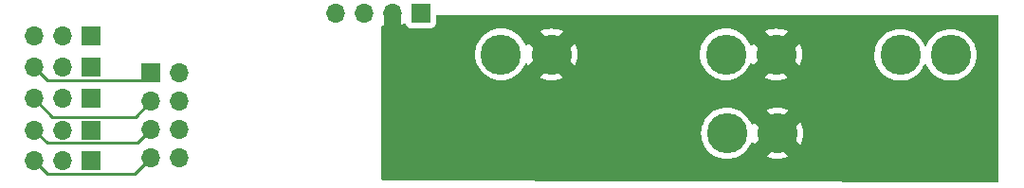
<source format=gbr>
%TF.GenerationSoftware,KiCad,Pcbnew,7.0.8*%
%TF.CreationDate,2023-10-19T00:44:21-05:00*%
%TF.ProjectId,PowerDistrubutionBoard,506f7765-7244-4697-9374-727562757469,rev?*%
%TF.SameCoordinates,Original*%
%TF.FileFunction,Copper,L1,Top*%
%TF.FilePolarity,Positive*%
%FSLAX46Y46*%
G04 Gerber Fmt 4.6, Leading zero omitted, Abs format (unit mm)*
G04 Created by KiCad (PCBNEW 7.0.8) date 2023-10-19 00:44:21*
%MOMM*%
%LPD*%
G01*
G04 APERTURE LIST*
%TA.AperFunction,ComponentPad*%
%ADD10C,3.600000*%
%TD*%
%TA.AperFunction,ComponentPad*%
%ADD11R,1.700000X1.700000*%
%TD*%
%TA.AperFunction,ComponentPad*%
%ADD12O,1.700000X1.700000*%
%TD*%
%TA.AperFunction,WasherPad*%
%ADD13C,3.600000*%
%TD*%
%TA.AperFunction,ConnectorPad*%
%ADD14C,6.000000*%
%TD*%
%TA.AperFunction,Conductor*%
%ADD15C,0.250000*%
%TD*%
G04 APERTURE END LIST*
D10*
%TO.P,T4,1,+*%
%TO.N,Net-(J1-Pin_1)*%
X159350000Y-55550000D03*
%TO.P,T4,2,-*%
%TO.N,Net-(J1-Pin_2)*%
X163850000Y-55550000D03*
%TD*%
D11*
%TO.P,J6,1,Pin_1*%
%TO.N,Net-(J1-Pin_3)*%
X122715000Y-59500000D03*
D12*
%TO.P,J6,2,Pin_2*%
%TO.N,Net-(J1-Pin_4)*%
X120175000Y-59500000D03*
%TO.P,J6,3,Pin_3*%
%TO.N,Net-(J6-Pin_3)*%
X117635000Y-59500000D03*
%TD*%
D10*
%TO.P,T3,2,-*%
%TO.N,Net-(T3--)*%
X199500000Y-55600000D03*
%TO.P,T3,1,+*%
%TO.N,Net-(J1-Pin_1)*%
X195000000Y-55600000D03*
%TD*%
D11*
%TO.P,J1,1,Pin_1*%
%TO.N,Net-(J1-Pin_1)*%
X152175000Y-51875000D03*
D12*
%TO.P,J1,2,Pin_2*%
%TO.N,Net-(J1-Pin_2)*%
X149635000Y-51875000D03*
%TO.P,J1,3,Pin_3*%
%TO.N,Net-(J1-Pin_3)*%
X147095000Y-51875000D03*
%TO.P,J1,4,Pin_4*%
%TO.N,Net-(J1-Pin_4)*%
X144555000Y-51875000D03*
%TD*%
D10*
%TO.P,T2,1,+*%
%TO.N,Net-(J1-Pin_1)*%
X179525000Y-62625000D03*
%TO.P,T2,2,-*%
%TO.N,Net-(J1-Pin_2)*%
X184025000Y-62625000D03*
%TD*%
D13*
%TO.P,S1,*%
%TO.N,Net-(T3--)*%
X199525000Y-62825000D03*
D14*
%TO.P,S1,1,1*%
%TO.N,Net-(J1-Pin_2)*%
X199525000Y-62825000D03*
%TD*%
D11*
%TO.P,J9,1,Pin_1*%
%TO.N,Net-(J1-Pin_3)*%
X122715000Y-65100000D03*
D12*
%TO.P,J9,2,Pin_2*%
%TO.N,Net-(J1-Pin_4)*%
X120175000Y-65100000D03*
%TO.P,J9,3,Pin_3*%
%TO.N,Net-(J7-Pin_7)*%
X117635000Y-65100000D03*
%TD*%
%TO.P,J7,8,Pin_8*%
%TO.N,Net-(J1-Pin_3)*%
X130650000Y-64815000D03*
%TO.P,J7,7,Pin_7*%
%TO.N,Net-(J7-Pin_7)*%
X128110000Y-64815000D03*
%TO.P,J7,6,Pin_6*%
%TO.N,Net-(J1-Pin_3)*%
X130650000Y-62275000D03*
%TO.P,J7,5,Pin_5*%
%TO.N,Net-(J7-Pin_5)*%
X128110000Y-62275000D03*
%TO.P,J7,4,Pin_4*%
%TO.N,Net-(J1-Pin_3)*%
X130650000Y-59735000D03*
%TO.P,J7,3,Pin_3*%
%TO.N,Net-(J6-Pin_3)*%
X128110000Y-59735000D03*
%TO.P,J7,2,Pin_2*%
%TO.N,Net-(J1-Pin_3)*%
X130650000Y-57195000D03*
D11*
%TO.P,J7,1,Pin_1*%
%TO.N,Net-(J5-Pin_3)*%
X128110000Y-57195000D03*
%TD*%
%TO.P,J10,1,Pin_1*%
%TO.N,Net-(J1-Pin_3)*%
X122715000Y-53875000D03*
D12*
%TO.P,J10,2,Pin_2*%
%TO.N,Net-(J1-Pin_4)*%
X120175000Y-53875000D03*
%TO.P,J10,3,Pin_3*%
%TO.N,unconnected-(J10-Pin_3-Pad3)*%
X117635000Y-53875000D03*
%TD*%
D10*
%TO.P,T1,1,+*%
%TO.N,Net-(J1-Pin_1)*%
X179425000Y-55550000D03*
%TO.P,T1,2,-*%
%TO.N,Net-(J1-Pin_2)*%
X183925000Y-55550000D03*
%TD*%
D11*
%TO.P,J8,1,Pin_1*%
%TO.N,Net-(J1-Pin_3)*%
X122715000Y-62325000D03*
D12*
%TO.P,J8,2,Pin_2*%
%TO.N,Net-(J1-Pin_4)*%
X120175000Y-62325000D03*
%TO.P,J8,3,Pin_3*%
%TO.N,Net-(J7-Pin_5)*%
X117635000Y-62325000D03*
%TD*%
D11*
%TO.P,J5,1,Pin_1*%
%TO.N,Net-(J1-Pin_3)*%
X122715000Y-56675000D03*
D12*
%TO.P,J5,2,Pin_2*%
%TO.N,Net-(J1-Pin_4)*%
X120175000Y-56675000D03*
%TO.P,J5,3,Pin_3*%
%TO.N,Net-(J5-Pin_3)*%
X117635000Y-56675000D03*
%TD*%
D15*
%TO.N,Net-(J1-Pin_2)*%
X199500000Y-60675000D02*
X199525000Y-60700000D01*
%TO.N,Net-(J5-Pin_3)*%
X118810000Y-57850000D02*
X127455000Y-57850000D01*
X117635000Y-56675000D02*
X118810000Y-57850000D01*
X127455000Y-57850000D02*
X128110000Y-57195000D01*
%TO.N,Net-(J6-Pin_3)*%
X126695000Y-61150000D02*
X128110000Y-59735000D01*
X119285000Y-61150000D02*
X126695000Y-61150000D01*
X117635000Y-59500000D02*
X119285000Y-61150000D01*
%TO.N,Net-(J7-Pin_5)*%
X126885000Y-63500000D02*
X128110000Y-62275000D01*
X117635000Y-62325000D02*
X118810000Y-63500000D01*
X118810000Y-63500000D02*
X126885000Y-63500000D01*
%TO.N,Net-(J7-Pin_7)*%
X126650000Y-66275000D02*
X128110000Y-64815000D01*
X118810000Y-66275000D02*
X126650000Y-66275000D01*
X117635000Y-65100000D02*
X118810000Y-66275000D01*
%TD*%
%TA.AperFunction,Conductor*%
%TO.N,Net-(J1-Pin_2)*%
G36*
X149175507Y-52084844D02*
G01*
X149253239Y-52205798D01*
X149361900Y-52299952D01*
X149492685Y-52359680D01*
X149599237Y-52375000D01*
X149670763Y-52375000D01*
X149777315Y-52359680D01*
X149908100Y-52299952D01*
X150016761Y-52205798D01*
X150094493Y-52084844D01*
X150119258Y-52000500D01*
X150261000Y-52000500D01*
X150328039Y-52020185D01*
X150373794Y-52072989D01*
X150385000Y-52124500D01*
X150385000Y-52997890D01*
X150506075Y-52913111D01*
X150621914Y-52797272D01*
X150683237Y-52763787D01*
X150752929Y-52768771D01*
X150808863Y-52810642D01*
X150825777Y-52841619D01*
X150874110Y-52971203D01*
X150894088Y-52997890D01*
X150961739Y-53088261D01*
X151078796Y-53175889D01*
X151215799Y-53226989D01*
X151243050Y-53229918D01*
X151276345Y-53233499D01*
X151276362Y-53233500D01*
X153073638Y-53233500D01*
X153073654Y-53233499D01*
X153100692Y-53230591D01*
X153134201Y-53226989D01*
X153271204Y-53175889D01*
X153388261Y-53088261D01*
X153475889Y-52971204D01*
X153526989Y-52834201D01*
X153530959Y-52797272D01*
X153533499Y-52773654D01*
X153533500Y-52773637D01*
X153533500Y-52124500D01*
X153553185Y-52057461D01*
X153605989Y-52011706D01*
X153657500Y-52000500D01*
X203675500Y-52000500D01*
X203742539Y-52020185D01*
X203788294Y-52072989D01*
X203799500Y-52124500D01*
X203799500Y-66875500D01*
X203779815Y-66942539D01*
X203727011Y-66988294D01*
X203675500Y-66999500D01*
X203604548Y-66999500D01*
X148798719Y-66875280D01*
X148731724Y-66855443D01*
X148686089Y-66802536D01*
X148675000Y-66751280D01*
X148675000Y-62625000D01*
X177211547Y-62625000D01*
X177231339Y-62926966D01*
X177290376Y-63223766D01*
X177290378Y-63223773D01*
X177290380Y-63223779D01*
X177387644Y-63510312D01*
X177387648Y-63510322D01*
X177521488Y-63781722D01*
X177521492Y-63781729D01*
X177689612Y-64033339D01*
X177889141Y-64260858D01*
X178116660Y-64460387D01*
X178368270Y-64628507D01*
X178368277Y-64628511D01*
X178639677Y-64762351D01*
X178639687Y-64762355D01*
X178834566Y-64828507D01*
X178926234Y-64859624D01*
X179223034Y-64918661D01*
X179525000Y-64938453D01*
X179826966Y-64918661D01*
X180123766Y-64859624D01*
X180316813Y-64794093D01*
X180410312Y-64762355D01*
X180410322Y-64762351D01*
X180426283Y-64754480D01*
X180681727Y-64628509D01*
X180933341Y-64460386D01*
X181160858Y-64260858D01*
X181360386Y-64033341D01*
X181528509Y-63781727D01*
X181662352Y-63510320D01*
X181662355Y-63510312D01*
X181663906Y-63506569D01*
X181664975Y-63507011D01*
X181702260Y-63453980D01*
X181766967Y-63427622D01*
X181835652Y-63440431D01*
X181886509Y-63488341D01*
X181894063Y-63503545D01*
X181895523Y-63507072D01*
X181957199Y-63632138D01*
X181957200Y-63632138D01*
X182679761Y-62909577D01*
X182705518Y-63029087D01*
X182792788Y-63246268D01*
X182915507Y-63445577D01*
X183070144Y-63621278D01*
X183252251Y-63768319D01*
X183456588Y-63882469D01*
X183677278Y-63960443D01*
X183739540Y-63971119D01*
X183017859Y-64692798D01*
X183017859Y-64692799D01*
X183142936Y-64754480D01*
X183428431Y-64851393D01*
X183428446Y-64851397D01*
X183724135Y-64910213D01*
X183724147Y-64910215D01*
X184025000Y-64929934D01*
X184325852Y-64910215D01*
X184325864Y-64910213D01*
X184621553Y-64851397D01*
X184621568Y-64851393D01*
X184907057Y-64754482D01*
X184907062Y-64754480D01*
X185032139Y-64692799D01*
X185032139Y-64692798D01*
X184310775Y-63971435D01*
X184484723Y-63926144D01*
X184698005Y-63829734D01*
X184891925Y-63698667D01*
X185060906Y-63536712D01*
X185200086Y-63348529D01*
X185305460Y-63139531D01*
X185373998Y-62915731D01*
X185374269Y-62913609D01*
X186092798Y-63632139D01*
X186092799Y-63632139D01*
X186154480Y-63507062D01*
X186154482Y-63507057D01*
X186251393Y-63221568D01*
X186251397Y-63221553D01*
X186310213Y-62925864D01*
X186310215Y-62925852D01*
X186316825Y-62825000D01*
X197211547Y-62825000D01*
X197231339Y-63126966D01*
X197290376Y-63423766D01*
X197290378Y-63423773D01*
X197290380Y-63423779D01*
X197387644Y-63710312D01*
X197387648Y-63710322D01*
X197521488Y-63981722D01*
X197521492Y-63981729D01*
X197689612Y-64233339D01*
X197889141Y-64460858D01*
X198116660Y-64660387D01*
X198368270Y-64828507D01*
X198368277Y-64828511D01*
X198639677Y-64962351D01*
X198639687Y-64962355D01*
X198844796Y-65031979D01*
X198926234Y-65059624D01*
X199223034Y-65118661D01*
X199525000Y-65138453D01*
X199826966Y-65118661D01*
X200123766Y-65059624D01*
X200316813Y-64994093D01*
X200410312Y-64962355D01*
X200410322Y-64962351D01*
X200476057Y-64929934D01*
X200681727Y-64828509D01*
X200933341Y-64660386D01*
X201160858Y-64460858D01*
X201360386Y-64233341D01*
X201528509Y-63981727D01*
X201662352Y-63710320D01*
X201759624Y-63423766D01*
X201818661Y-63126966D01*
X201838453Y-62825000D01*
X201818661Y-62523034D01*
X201759624Y-62226234D01*
X201662352Y-61939680D01*
X201662344Y-61939663D01*
X201528514Y-61668283D01*
X201528505Y-61668268D01*
X201502081Y-61628722D01*
X201360386Y-61416659D01*
X201227278Y-61264879D01*
X201160858Y-61189141D01*
X200933339Y-60989612D01*
X200681729Y-60821492D01*
X200681722Y-60821488D01*
X200410322Y-60687648D01*
X200410312Y-60687644D01*
X200123779Y-60590380D01*
X200123773Y-60590378D01*
X200123766Y-60590376D01*
X199826966Y-60531339D01*
X199525000Y-60511547D01*
X199223034Y-60531339D01*
X199223028Y-60531340D01*
X199223023Y-60531341D01*
X198926239Y-60590375D01*
X198926225Y-60590378D01*
X198639684Y-60687646D01*
X198639663Y-60687655D01*
X198368283Y-60821485D01*
X198368268Y-60821494D01*
X198116657Y-60989615D01*
X197889141Y-61189141D01*
X197689615Y-61416657D01*
X197521494Y-61668268D01*
X197521485Y-61668283D01*
X197387655Y-61939663D01*
X197387646Y-61939684D01*
X197290378Y-62226225D01*
X197290375Y-62226239D01*
X197268887Y-62334269D01*
X197231339Y-62523034D01*
X197211547Y-62825000D01*
X186316825Y-62825000D01*
X186329934Y-62625000D01*
X186310215Y-62324147D01*
X186310213Y-62324135D01*
X186251397Y-62028446D01*
X186251393Y-62028431D01*
X186154480Y-61742936D01*
X186092798Y-61617859D01*
X185370238Y-62340420D01*
X185344482Y-62220913D01*
X185257212Y-62003732D01*
X185134493Y-61804423D01*
X184979856Y-61628722D01*
X184797749Y-61481681D01*
X184593412Y-61367531D01*
X184372722Y-61289557D01*
X184310459Y-61278880D01*
X185032138Y-60557200D01*
X185032138Y-60557199D01*
X184907076Y-60495525D01*
X184907055Y-60495516D01*
X184621568Y-60398606D01*
X184621553Y-60398602D01*
X184325864Y-60339786D01*
X184325852Y-60339784D01*
X184025000Y-60320065D01*
X183724147Y-60339784D01*
X183724135Y-60339786D01*
X183428446Y-60398602D01*
X183428426Y-60398607D01*
X183142947Y-60495514D01*
X183142937Y-60495518D01*
X183017860Y-60557199D01*
X183017860Y-60557200D01*
X183739224Y-61278564D01*
X183565277Y-61323856D01*
X183351995Y-61420266D01*
X183158075Y-61551333D01*
X182989094Y-61713288D01*
X182849914Y-61901471D01*
X182744540Y-62110469D01*
X182676002Y-62334269D01*
X182675730Y-62336390D01*
X181957200Y-61617860D01*
X181957199Y-61617860D01*
X181895518Y-61742937D01*
X181894054Y-61746473D01*
X181850209Y-61800873D01*
X181783913Y-61822933D01*
X181716215Y-61805649D01*
X181668608Y-61754509D01*
X181663964Y-61743390D01*
X181663899Y-61743418D01*
X181662353Y-61739684D01*
X181662352Y-61739680D01*
X181627143Y-61668283D01*
X181528514Y-61468283D01*
X181528505Y-61468268D01*
X181432012Y-61323856D01*
X181360386Y-61216659D01*
X181316670Y-61166811D01*
X181160858Y-60989141D01*
X180933339Y-60789612D01*
X180681729Y-60621492D01*
X180681722Y-60621488D01*
X180410322Y-60487648D01*
X180410312Y-60487644D01*
X180123779Y-60390380D01*
X180123773Y-60390378D01*
X180123766Y-60390376D01*
X179826966Y-60331339D01*
X179525000Y-60311547D01*
X179223034Y-60331339D01*
X179223028Y-60331340D01*
X179223023Y-60331341D01*
X178926239Y-60390375D01*
X178926225Y-60390378D01*
X178639684Y-60487646D01*
X178639663Y-60487655D01*
X178368283Y-60621485D01*
X178368268Y-60621494D01*
X178116657Y-60789615D01*
X177889141Y-60989141D01*
X177689615Y-61216657D01*
X177521494Y-61468268D01*
X177521485Y-61468283D01*
X177387655Y-61739663D01*
X177387646Y-61739684D01*
X177290378Y-62026225D01*
X177290376Y-62026233D01*
X177290376Y-62026234D01*
X177231339Y-62323034D01*
X177211547Y-62625000D01*
X148675000Y-62625000D01*
X148675000Y-55550000D01*
X157036547Y-55550000D01*
X157056339Y-55851966D01*
X157115376Y-56148766D01*
X157115378Y-56148773D01*
X157115380Y-56148779D01*
X157212644Y-56435312D01*
X157212648Y-56435322D01*
X157346488Y-56706722D01*
X157346492Y-56706729D01*
X157514612Y-56958339D01*
X157714141Y-57185858D01*
X157941660Y-57385387D01*
X158193270Y-57553507D01*
X158193277Y-57553511D01*
X158464677Y-57687351D01*
X158464687Y-57687355D01*
X158611972Y-57737351D01*
X158751234Y-57784624D01*
X159048034Y-57843661D01*
X159350000Y-57863453D01*
X159651966Y-57843661D01*
X159948766Y-57784624D01*
X160141813Y-57719093D01*
X160235312Y-57687355D01*
X160235322Y-57687351D01*
X160251283Y-57679480D01*
X160506727Y-57553509D01*
X160758341Y-57385386D01*
X160985858Y-57185858D01*
X161185386Y-56958341D01*
X161353509Y-56706727D01*
X161487352Y-56435320D01*
X161487355Y-56435312D01*
X161488906Y-56431569D01*
X161489975Y-56432011D01*
X161527260Y-56378980D01*
X161591967Y-56352622D01*
X161660652Y-56365431D01*
X161711509Y-56413341D01*
X161719063Y-56428545D01*
X161720523Y-56432072D01*
X161782199Y-56557138D01*
X161782200Y-56557138D01*
X162504761Y-55834577D01*
X162530518Y-55954087D01*
X162617788Y-56171268D01*
X162740507Y-56370577D01*
X162895144Y-56546278D01*
X163077251Y-56693319D01*
X163281588Y-56807469D01*
X163502278Y-56885443D01*
X163564540Y-56896119D01*
X162842859Y-57617798D01*
X162842859Y-57617799D01*
X162967936Y-57679480D01*
X163253431Y-57776393D01*
X163253446Y-57776397D01*
X163549135Y-57835213D01*
X163549147Y-57835215D01*
X163850000Y-57854934D01*
X164150852Y-57835215D01*
X164150864Y-57835213D01*
X164446553Y-57776397D01*
X164446568Y-57776393D01*
X164732057Y-57679482D01*
X164732062Y-57679480D01*
X164857139Y-57617799D01*
X164857139Y-57617798D01*
X164135775Y-56896435D01*
X164309723Y-56851144D01*
X164523005Y-56754734D01*
X164716925Y-56623667D01*
X164885906Y-56461712D01*
X165025086Y-56273529D01*
X165130460Y-56064531D01*
X165198998Y-55840731D01*
X165199269Y-55838610D01*
X165917798Y-56557139D01*
X165917799Y-56557139D01*
X165979480Y-56432062D01*
X165979482Y-56432057D01*
X166076393Y-56146568D01*
X166076397Y-56146553D01*
X166135213Y-55850864D01*
X166135215Y-55850852D01*
X166154934Y-55550000D01*
X177111547Y-55550000D01*
X177131339Y-55851966D01*
X177190376Y-56148766D01*
X177190378Y-56148773D01*
X177190380Y-56148779D01*
X177287644Y-56435312D01*
X177287648Y-56435322D01*
X177421488Y-56706722D01*
X177421492Y-56706729D01*
X177589612Y-56958339D01*
X177789141Y-57185858D01*
X178016660Y-57385387D01*
X178268270Y-57553507D01*
X178268277Y-57553511D01*
X178539677Y-57687351D01*
X178539687Y-57687355D01*
X178686972Y-57737351D01*
X178826234Y-57784624D01*
X179123034Y-57843661D01*
X179425000Y-57863453D01*
X179726966Y-57843661D01*
X180023766Y-57784624D01*
X180216813Y-57719093D01*
X180310312Y-57687355D01*
X180310322Y-57687351D01*
X180326283Y-57679480D01*
X180581727Y-57553509D01*
X180833341Y-57385386D01*
X181060858Y-57185858D01*
X181260386Y-56958341D01*
X181428509Y-56706727D01*
X181562352Y-56435320D01*
X181562355Y-56435312D01*
X181563906Y-56431569D01*
X181564975Y-56432011D01*
X181602260Y-56378980D01*
X181666967Y-56352622D01*
X181735652Y-56365431D01*
X181786509Y-56413341D01*
X181794063Y-56428545D01*
X181795523Y-56432072D01*
X181857199Y-56557138D01*
X181857200Y-56557138D01*
X182579761Y-55834577D01*
X182605518Y-55954087D01*
X182692788Y-56171268D01*
X182815507Y-56370577D01*
X182970144Y-56546278D01*
X183152251Y-56693319D01*
X183356588Y-56807469D01*
X183577278Y-56885443D01*
X183639540Y-56896119D01*
X182917859Y-57617798D01*
X182917859Y-57617799D01*
X183042936Y-57679480D01*
X183328431Y-57776393D01*
X183328446Y-57776397D01*
X183624135Y-57835213D01*
X183624147Y-57835215D01*
X183925000Y-57854934D01*
X184225852Y-57835215D01*
X184225864Y-57835213D01*
X184521553Y-57776397D01*
X184521568Y-57776393D01*
X184807057Y-57679482D01*
X184807062Y-57679480D01*
X184932139Y-57617799D01*
X184932139Y-57617798D01*
X184210775Y-56896435D01*
X184384723Y-56851144D01*
X184598005Y-56754734D01*
X184791925Y-56623667D01*
X184960906Y-56461712D01*
X185100086Y-56273529D01*
X185205460Y-56064531D01*
X185273998Y-55840731D01*
X185274269Y-55838609D01*
X185992798Y-56557139D01*
X185992799Y-56557139D01*
X186054480Y-56432062D01*
X186054482Y-56432057D01*
X186151393Y-56146568D01*
X186151397Y-56146553D01*
X186210213Y-55850864D01*
X186210215Y-55850852D01*
X186226657Y-55600000D01*
X192686547Y-55600000D01*
X192706339Y-55901966D01*
X192765376Y-56198766D01*
X192765378Y-56198773D01*
X192765380Y-56198779D01*
X192862644Y-56485312D01*
X192862648Y-56485322D01*
X192996488Y-56756722D01*
X192996492Y-56756729D01*
X193164612Y-57008339D01*
X193364141Y-57235858D01*
X193591660Y-57435387D01*
X193843270Y-57603507D01*
X193843277Y-57603511D01*
X194114677Y-57737351D01*
X194114687Y-57737355D01*
X194319796Y-57806979D01*
X194401234Y-57834624D01*
X194698034Y-57893661D01*
X195000000Y-57913453D01*
X195301966Y-57893661D01*
X195598766Y-57834624D01*
X195791813Y-57769093D01*
X195885312Y-57737355D01*
X195885322Y-57737351D01*
X195986712Y-57687351D01*
X196156727Y-57603509D01*
X196408341Y-57435386D01*
X196635858Y-57235858D01*
X196835386Y-57008341D01*
X197003509Y-56756727D01*
X197101935Y-56557139D01*
X197138788Y-56482409D01*
X197186093Y-56430990D01*
X197253689Y-56413308D01*
X197320113Y-56434978D01*
X197361212Y-56482409D01*
X197496488Y-56756722D01*
X197496492Y-56756729D01*
X197664612Y-57008339D01*
X197864141Y-57235858D01*
X198091660Y-57435387D01*
X198343270Y-57603507D01*
X198343277Y-57603511D01*
X198614677Y-57737351D01*
X198614687Y-57737355D01*
X198819796Y-57806979D01*
X198901234Y-57834624D01*
X199198034Y-57893661D01*
X199500000Y-57913453D01*
X199801966Y-57893661D01*
X200098766Y-57834624D01*
X200291813Y-57769093D01*
X200385312Y-57737355D01*
X200385322Y-57737351D01*
X200486712Y-57687351D01*
X200656727Y-57603509D01*
X200908341Y-57435386D01*
X201135858Y-57235858D01*
X201335386Y-57008341D01*
X201503509Y-56756727D01*
X201637352Y-56485320D01*
X201654328Y-56435312D01*
X201709245Y-56273529D01*
X201734624Y-56198766D01*
X201793661Y-55901966D01*
X201813453Y-55600000D01*
X201793661Y-55298034D01*
X201734624Y-55001234D01*
X201637352Y-54714680D01*
X201614538Y-54668418D01*
X201503514Y-54443283D01*
X201503505Y-54443268D01*
X201402786Y-54292531D01*
X201335386Y-54191659D01*
X201291535Y-54141657D01*
X201135858Y-53964141D01*
X200908339Y-53764612D01*
X200656729Y-53596492D01*
X200656722Y-53596488D01*
X200385322Y-53462648D01*
X200385312Y-53462644D01*
X200098779Y-53365380D01*
X200098773Y-53365378D01*
X200098766Y-53365376D01*
X199801966Y-53306339D01*
X199500000Y-53286547D01*
X199198034Y-53306339D01*
X199198028Y-53306340D01*
X199198023Y-53306341D01*
X198901239Y-53365375D01*
X198901225Y-53365378D01*
X198614684Y-53462646D01*
X198614663Y-53462655D01*
X198343283Y-53596485D01*
X198343268Y-53596494D01*
X198091657Y-53764615D01*
X197864141Y-53964141D01*
X197664615Y-54191657D01*
X197496494Y-54443268D01*
X197496485Y-54443283D01*
X197361212Y-54717590D01*
X197313907Y-54769010D01*
X197246311Y-54786691D01*
X197179887Y-54765021D01*
X197138788Y-54717590D01*
X197003514Y-54443283D01*
X197003505Y-54443268D01*
X196902786Y-54292531D01*
X196835386Y-54191659D01*
X196791535Y-54141657D01*
X196635858Y-53964141D01*
X196408339Y-53764612D01*
X196156729Y-53596492D01*
X196156722Y-53596488D01*
X195885322Y-53462648D01*
X195885312Y-53462644D01*
X195598779Y-53365380D01*
X195598773Y-53365378D01*
X195598766Y-53365376D01*
X195301966Y-53306339D01*
X195000000Y-53286547D01*
X194698034Y-53306339D01*
X194698028Y-53306340D01*
X194698023Y-53306341D01*
X194401239Y-53365375D01*
X194401225Y-53365378D01*
X194114684Y-53462646D01*
X194114663Y-53462655D01*
X193843283Y-53596485D01*
X193843268Y-53596494D01*
X193591657Y-53764615D01*
X193364141Y-53964141D01*
X193164615Y-54191657D01*
X192996494Y-54443268D01*
X192996485Y-54443283D01*
X192862655Y-54714663D01*
X192862646Y-54714684D01*
X192765378Y-55001225D01*
X192765375Y-55001239D01*
X192716066Y-55249135D01*
X192706339Y-55298034D01*
X192686547Y-55600000D01*
X186226657Y-55600000D01*
X186229934Y-55550000D01*
X186210215Y-55249147D01*
X186210213Y-55249135D01*
X186151397Y-54953446D01*
X186151393Y-54953431D01*
X186054480Y-54667936D01*
X185992798Y-54542859D01*
X185270238Y-55265420D01*
X185244482Y-55145913D01*
X185157212Y-54928732D01*
X185034493Y-54729423D01*
X184879856Y-54553722D01*
X184697749Y-54406681D01*
X184493412Y-54292531D01*
X184272722Y-54214557D01*
X184210459Y-54203880D01*
X184932138Y-53482200D01*
X184932138Y-53482199D01*
X184807076Y-53420525D01*
X184807055Y-53420516D01*
X184521568Y-53323606D01*
X184521553Y-53323602D01*
X184225864Y-53264786D01*
X184225852Y-53264784D01*
X183925000Y-53245065D01*
X183624147Y-53264784D01*
X183624135Y-53264786D01*
X183328446Y-53323602D01*
X183328426Y-53323607D01*
X183042947Y-53420514D01*
X183042937Y-53420518D01*
X182917860Y-53482199D01*
X182917860Y-53482200D01*
X183639224Y-54203564D01*
X183465277Y-54248856D01*
X183251995Y-54345266D01*
X183058075Y-54476333D01*
X182889094Y-54638288D01*
X182749914Y-54826471D01*
X182644540Y-55035469D01*
X182576002Y-55259269D01*
X182575730Y-55261389D01*
X181857200Y-54542860D01*
X181857199Y-54542860D01*
X181795518Y-54667937D01*
X181794054Y-54671473D01*
X181750209Y-54725873D01*
X181683913Y-54747933D01*
X181616215Y-54730649D01*
X181568608Y-54679509D01*
X181563964Y-54668390D01*
X181563899Y-54668418D01*
X181562353Y-54664684D01*
X181562352Y-54664680D01*
X181549337Y-54638288D01*
X181428514Y-54393283D01*
X181428505Y-54393268D01*
X181332012Y-54248856D01*
X181260386Y-54141659D01*
X181216670Y-54091811D01*
X181060858Y-53914141D01*
X180833339Y-53714612D01*
X180581729Y-53546492D01*
X180581722Y-53546488D01*
X180310322Y-53412648D01*
X180310312Y-53412644D01*
X180023779Y-53315380D01*
X180023773Y-53315378D01*
X180023766Y-53315376D01*
X179726966Y-53256339D01*
X179425000Y-53236547D01*
X179123034Y-53256339D01*
X179123028Y-53256340D01*
X179123023Y-53256341D01*
X178826239Y-53315375D01*
X178826225Y-53315378D01*
X178539684Y-53412646D01*
X178539663Y-53412655D01*
X178268283Y-53546485D01*
X178268268Y-53546494D01*
X178016657Y-53714615D01*
X177789141Y-53914141D01*
X177589615Y-54141657D01*
X177421494Y-54393268D01*
X177421485Y-54393283D01*
X177287655Y-54664663D01*
X177287646Y-54664684D01*
X177190378Y-54951225D01*
X177190375Y-54951239D01*
X177165055Y-55078534D01*
X177131339Y-55248034D01*
X177111547Y-55550000D01*
X166154934Y-55550000D01*
X166135215Y-55249147D01*
X166135213Y-55249135D01*
X166076397Y-54953446D01*
X166076393Y-54953431D01*
X165979480Y-54667936D01*
X165917798Y-54542859D01*
X165195238Y-55265420D01*
X165169482Y-55145913D01*
X165082212Y-54928732D01*
X164959493Y-54729423D01*
X164804856Y-54553722D01*
X164622749Y-54406681D01*
X164418412Y-54292531D01*
X164197722Y-54214557D01*
X164135459Y-54203880D01*
X164857138Y-53482200D01*
X164857138Y-53482199D01*
X164732076Y-53420525D01*
X164732055Y-53420516D01*
X164446568Y-53323606D01*
X164446553Y-53323602D01*
X164150864Y-53264786D01*
X164150852Y-53264784D01*
X163850000Y-53245065D01*
X163549147Y-53264784D01*
X163549135Y-53264786D01*
X163253446Y-53323602D01*
X163253426Y-53323607D01*
X162967947Y-53420514D01*
X162967937Y-53420518D01*
X162842860Y-53482199D01*
X162842860Y-53482200D01*
X163564224Y-54203564D01*
X163390277Y-54248856D01*
X163176995Y-54345266D01*
X162983075Y-54476333D01*
X162814094Y-54638288D01*
X162674914Y-54826471D01*
X162569540Y-55035469D01*
X162501002Y-55259269D01*
X162500730Y-55261390D01*
X161782200Y-54542860D01*
X161782199Y-54542860D01*
X161720518Y-54667937D01*
X161719054Y-54671473D01*
X161675209Y-54725873D01*
X161608913Y-54747933D01*
X161541215Y-54730649D01*
X161493608Y-54679509D01*
X161488964Y-54668390D01*
X161488899Y-54668418D01*
X161487353Y-54664684D01*
X161487352Y-54664680D01*
X161474337Y-54638288D01*
X161353514Y-54393283D01*
X161353505Y-54393268D01*
X161257012Y-54248856D01*
X161185386Y-54141659D01*
X161141670Y-54091811D01*
X160985858Y-53914141D01*
X160758339Y-53714612D01*
X160506729Y-53546492D01*
X160506722Y-53546488D01*
X160235322Y-53412648D01*
X160235312Y-53412644D01*
X159948779Y-53315380D01*
X159948773Y-53315378D01*
X159948766Y-53315376D01*
X159651966Y-53256339D01*
X159350000Y-53236547D01*
X159048034Y-53256339D01*
X159048028Y-53256340D01*
X159048023Y-53256341D01*
X158751239Y-53315375D01*
X158751225Y-53315378D01*
X158464684Y-53412646D01*
X158464663Y-53412655D01*
X158193283Y-53546485D01*
X158193268Y-53546494D01*
X157941657Y-53714615D01*
X157714141Y-53914141D01*
X157514615Y-54141657D01*
X157346494Y-54393268D01*
X157346485Y-54393283D01*
X157212655Y-54664663D01*
X157212646Y-54664684D01*
X157115378Y-54951225D01*
X157115375Y-54951239D01*
X157090055Y-55078534D01*
X157056339Y-55248034D01*
X157036547Y-55550000D01*
X148675000Y-55550000D01*
X148675000Y-53089048D01*
X148694685Y-53022009D01*
X148747489Y-52976254D01*
X148816647Y-52966310D01*
X148870124Y-52987474D01*
X148884999Y-52997890D01*
X148885000Y-52997890D01*
X148885000Y-52124500D01*
X148904685Y-52057461D01*
X148957489Y-52011706D01*
X149009000Y-52000500D01*
X149150742Y-52000500D01*
X149175507Y-52084844D01*
G37*
%TD.AperFunction*%
%TD*%
M02*

</source>
